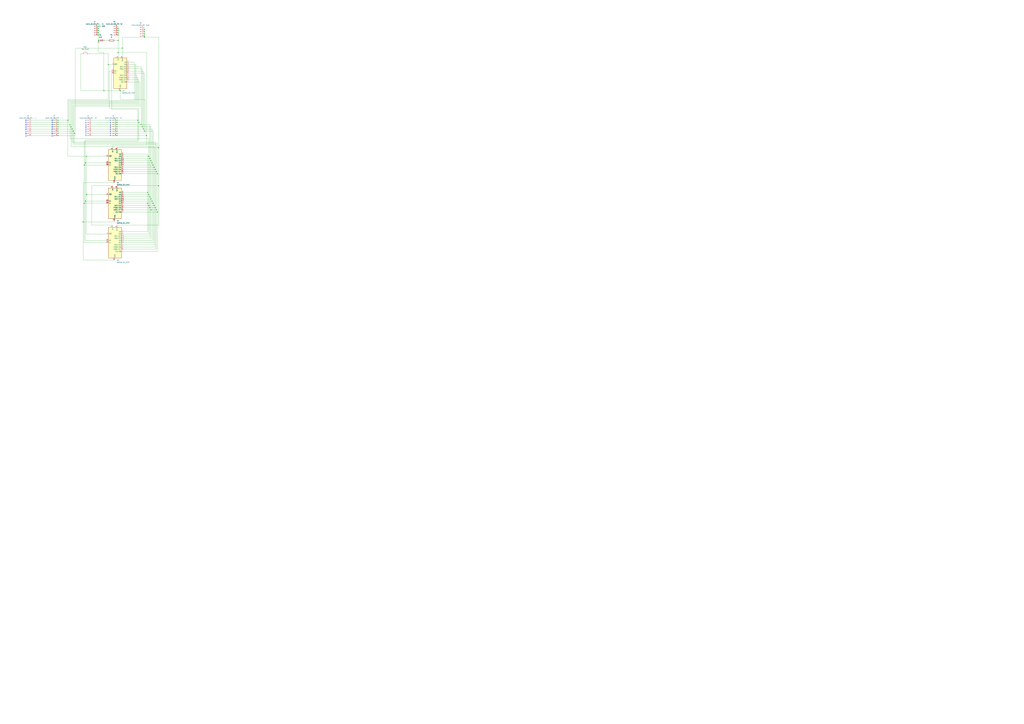
<source format=kicad_sch>
(kicad_sch (version 20231120) (generator "eeschema") (generator_version "8.0")
  (paper "A0")
  (lib_symbols
    (symbol "Connector:Conn_01x05_Pin" (pin_names (offset 1.016) hide)
      (property "Reference" "J" (at 0 7.62 0))
      (property "Value" "Conn_01x05_Pin" (at 0 -7.62 0))
      (symbol "Conn_01x05_Pin_1_1"
        (polyline (pts (xy 1.27 -5.08) (xy 0.8636 -5.08)) (stroke (width 0.1524)))
        (polyline (pts (xy 1.27 -2.54) (xy 0.8636 -2.54)) (stroke (width 0.1524)))
        (polyline (pts (xy 1.27 0) (xy 0.8636 0)) (stroke (width 0.1524)))
        (polyline (pts (xy 1.27 2.54) (xy 0.8636 2.54)) (stroke (width 0.1524)))
        (polyline (pts (xy 1.27 5.08) (xy 0.8636 5.08)) (stroke (width 0.1524)))
        (rectangle (start 0.8636 -4.953) (end 0 -5.207) (stroke (width 0.1524)) (fill (type outline)))
        (rectangle (start 0.8636 -2.413) (end 0 -2.667) (stroke (width 0.1524)) (fill (type outline)))
        (rectangle (start 0.8636 0.127) (end 0 -0.127) (stroke (width 0.1524)) (fill (type outline)))
        (rectangle (start 0.8636 2.667) (end 0 2.413) (stroke (width 0.1524)) (fill (type outline)))
        (rectangle (start 0.8636 5.207) (end 0 4.953) (stroke (width 0.1524)) (fill (type outline)))
        (pin passive line (at 5.08 5.08 180) (length 3.81) (name "Pin_1") (number "1"))
        (pin passive line (at 5.08 2.54 180) (length 3.81) (name "Pin_2") (number "2"))
        (pin passive line (at 5.08 0 180) (length 3.81) (name "Pin_3") (number "3"))
        (pin passive line (at 5.08 -2.54 180) (length 3.81) (name "Pin_4") (number "4"))
        (pin passive line (at 5.08 -5.08 180) (length 3.81) (name "Pin_5") (number "5"))
      )
    )
    (symbol "Connector:Conn_01x08_Pin" (pin_names (offset 1.016) hide)
      (property "Reference" "J" (at 0 10.16 0))
      (property "Value" "Conn_01x08_Pin" (at 0 -12.7 0))
      (symbol "Conn_01x08_Pin_1_1"
        (polyline (pts (xy 1.27 -10.16) (xy 0.8636 -10.16)) (stroke (width 0.1524)))
        (polyline (pts (xy 1.27 -7.62) (xy 0.8636 -7.62)) (stroke (width 0.1524)))
        (polyline (pts (xy 1.27 -5.08) (xy 0.8636 -5.08)) (stroke (width 0.1524)))
        (polyline (pts (xy 1.27 -2.54) (xy 0.8636 -2.54)) (stroke (width 0.1524)))
        (polyline (pts (xy 1.27 0) (xy 0.8636 0)) (stroke (width 0.1524)))
        (polyline (pts (xy 1.27 2.54) (xy 0.8636 2.54)) (stroke (width 0.1524)))
        (polyline (pts (xy 1.27 5.08) (xy 0.8636 5.08)) (stroke (width 0.1524)))
        (polyline (pts (xy 1.27 7.62) (xy 0.8636 7.62)) (stroke (width 0.1524)))
        (rectangle (start 0.8636 -10.033) (end 0 -10.287) (stroke (width 0.1524)) (fill (type outline)))
        (rectangle (start 0.8636 -7.493) (end 0 -7.747) (stroke (width 0.1524)) (fill (type outline)))
        (rectangle (start 0.8636 -4.953) (end 0 -5.207) (stroke (width 0.1524)) (fill (type outline)))
        (rectangle (start 0.8636 -2.413) (end 0 -2.667) (stroke (width 0.1524)) (fill (type outline)))
        (rectangle (start 0.8636 0.127) (end 0 -0.127) (stroke (width 0.1524)) (fill (type outline)))
        (rectangle (start 0.8636 2.667) (end 0 2.413) (stroke (width 0.1524)) (fill (type outline)))
        (rectangle (start 0.8636 5.207) (end 0 4.953) (stroke (width 0.1524)) (fill (type outline)))
        (rectangle (start 0.8636 7.747) (end 0 7.493) (stroke (width 0.1524)) (fill (type outline)))
        (pin passive line (at 5.08 7.62 180) (length 3.81) (name "Pin_1") (number "1"))
        (pin passive line (at 5.08 5.08 180) (length 3.81) (name "Pin_2") (number "2"))
        (pin passive line (at 5.08 2.54 180) (length 3.81) (name "Pin_3") (number "3"))
        (pin passive line (at 5.08 0 180) (length 3.81) (name "Pin_4") (number "4"))
        (pin passive line (at 5.08 -2.54 180) (length 3.81) (name "Pin_5") (number "5"))
        (pin passive line (at 5.08 -5.08 180) (length 3.81) (name "Pin_6") (number "6"))
        (pin passive line (at 5.08 -7.62 180) (length 3.81) (name "Pin_7") (number "7"))
        (pin passive line (at 5.08 -10.16 180) (length 3.81) (name "Pin_8") (number "8"))
      )
    )
    (symbol "Device:LED" (pin_numbers hide) (pin_names (offset 1.016) hide)
      (property "Reference" "D" (at 0 2.54 0))
      (property "Value" "LED" (at 0 -2.54 0))
      (symbol "LED_0_1"
        (polyline (pts (xy -1.27 -1.27) (xy -1.27 1.27)) (stroke (width 0.254)))
        (polyline (pts (xy -1.27 0) (xy 1.27 0)))
        (polyline (pts (xy 1.27 -1.27) (xy 1.27 1.27) (xy -1.27 0) (xy 1.27 -1.27)) (stroke (width 0.254)))
        (polyline (pts (xy -3.048 -0.762) (xy -4.572 -2.286) (xy -3.81 -2.286) (xy -4.572 -2.286) (xy -4.572 -1.524)))
        (polyline (pts (xy -1.778 -0.762) (xy -3.302 -2.286) (xy -2.54 -2.286) (xy -3.302 -2.286) (xy -3.302 -1.524)))
      )
      (symbol "LED_1_1"
        (pin passive line (at -3.81 0 0) (length 2.54) (name "K") (number "1"))
        (pin passive line (at 3.81 0 180) (length 2.54) (name "A") (number "2"))
      )
    )
    (symbol "Device:R" (pin_numbers hide) (pin_names (offset 0))
      (property "Reference" "R" (at 2.032 0 90))
      (property "Value" "R" (at 0 0 90))
      (symbol "R_0_1"
        (rectangle (start -1.016 -2.54) (end 1.016 2.54) (stroke (width 0.254)))
      )
      (symbol "R_1_1"
        (pin passive line (at 0 3.81 270) (length 1.27) (name "~") (number "1"))
        (pin passive line (at 0 -3.81 90) (length 1.27) (name "~") (number "2"))
      )
    )
    (symbol "MCU_Module:WeMos_D1_mini"
      (property "Reference" "U" (at 3.81 19.05 0))
      (property "Value" "WeMos_D1_mini" (at 1.27 -19.05 0))
      (symbol "WeMos_D1_mini_1_1"
        (rectangle (start -7.62 17.78) (end 7.62 -17.78) (stroke (width 0.254)) (fill (type background)))
        (pin input line (at -10.16 10.16 0) (length 2.54) (name "~{RST}") (number "1"))
        (pin power_in line (at 0 -20.32 90) (length 2.54) (name "GND") (number "10"))
        (pin bidirectional line (at 10.16 0 180) (length 2.54) (name "D4") (number "11"))
        (pin bidirectional line (at 10.16 2.54 180) (length 2.54) (name "D3") (number "12"))
        (pin bidirectional line (at 10.16 5.08 180) (length 2.54) (name "SDA/D2") (number "13"))
        (pin bidirectional line (at 10.16 7.62 180) (length 2.54) (name "SCL/D1") (number "14"))
        (pin input line (at -10.16 2.54 0) (length 2.54) (name "RX") (number "15"))
        (pin output line (at -10.16 0 0) (length 2.54) (name "TX") (number "16"))
        (pin input line (at 10.16 12.7 180) (length 2.54) (name "A0") (number "2"))
        (pin bidirectional line (at 10.16 10.16 180) (length 2.54) (name "D0") (number "3"))
        (pin bidirectional line (at 10.16 -2.54 180) (length 2.54) (name "SCK/D5") (number "4"))
        (pin bidirectional line (at 10.16 -5.08 180) (length 2.54) (name "MISO/D6") (number "5"))
        (pin bidirectional line (at 10.16 -7.62 180) (length 2.54) (name "MOSI/D7") (number "6"))
        (pin bidirectional line (at 10.16 -10.16 180) (length 2.54) (name "CS/D8") (number "7"))
        (pin power_out line (at 2.54 20.32 270) (length 2.54) (name "3V3") (number "8"))
        (pin power_in line (at -2.54 20.32 270) (length 2.54) (name "5V") (number "9"))
      )
    )
    (symbol "Switch:SW_Push" (pin_numbers hide) (pin_names (offset 1.016) hide)
      (property "Reference" "SW" (at 1.27 2.54 0))
      (property "Value" "SW_Push" (at 0 -1.524 0))
      (symbol "SW_Push_0_1"
        (circle (center -2.032 0) (radius 0.508))
        (polyline (pts (xy 0 1.27) (xy 0 3.048)))
        (polyline (pts (xy 2.54 1.27) (xy -2.54 1.27)))
        (circle (center 2.032 0) (radius 0.508))
        (pin passive line (at -5.08 0 0) (length 2.54) (name "1") (number "1"))
        (pin passive line (at 5.08 0 180) (length 2.54) (name "2") (number "2"))
      )
    )
    (symbol "power:GND" (power) (pin_numbers hide) (pin_names (offset 0) hide)
      (property "Value" "GND" (at 0 -3.81 0))
      (symbol "GND_0_1"
        (polyline (pts (xy 0 0) (xy 0 -1.27) (xy 1.27 -1.27) (xy 0 -2.54) (xy -1.27 -1.27) (xy 0 -1.27)))
      )
      (symbol "GND_1_1"
        (pin power_in line (at 0 0 270) (length 0) (name "~") (number "1"))
      )
    )
  )
  (junction (at 177.8 236.22))
  (junction (at 142.24 55.88))
  (junction (at 137.16 35.56))
  (junction (at 163.83 144.78))
  (junction (at 114.3 40.64))
  (junction (at 114.3 35.56))
  (junction (at 182.88 246.38))
  (junction (at 67.31 147.32))
  (junction (at 181.61 199.39))
  (junction (at 165.1 147.32))
  (junction (at 160.02 139.7))
  (junction (at 135.89 157.48))
  (junction (at 167.64 39.37))
  (junction (at 67.31 157.48))
  (junction (at 137.16 38.1))
  (junction (at 184.15 171.45))
  (junction (at 167.64 34.29))
  (junction (at 97.79 191.77))
  (junction (at 114.3 33.02))
  (junction (at 167.64 41.91))
  (junction (at 176.53 233.68))
  (junction (at 67.31 139.7))
  (junction (at 181.61 243.84))
  (junction (at 135.89 152.4))
  (junction (at 137.16 33.02))
  (junction (at 179.07 194.31))
  (junction (at 114.3 46.99))
  (junction (at 180.34 241.3))
  (junction (at 139.7 105.41))
  (junction (at 167.64 43.18))
  (junction (at 171.45 236.22))
  (junction (at 125.73 74.93))
  (junction (at 137.16 46.99))
  (junction (at 100.33 226.06))
  (junction (at 135.89 154.94))
  (junction (at 99.06 189.23))
  (junction (at 175.26 243.84))
  (junction (at 167.64 36.83))
  (junction (at 81.28 144.78))
  (junction (at 172.72 181.61))
  (junction (at 177.8 191.77))
  (junction (at 78.74 139.7))
  (junction (at 99.06 233.68))
  (junction (at 114.3 30.48))
  (junction (at 97.79 236.22))
  (junction (at 135.89 139.7))
  (junction (at 161.29 142.24))
  (junction (at 173.99 184.15))
  (junction (at 85.09 152.4))
  (junction (at 184.15 215.9))
  (junction (at 135.89 144.78))
  (junction (at 67.31 142.24))
  (junction (at 135.89 142.24))
  (junction (at 82.55 147.32))
  (junction (at 179.07 238.76))
  (junction (at 170.18 157.48))
  (junction (at 172.72 226.06))
  (junction (at 135.89 147.32))
  (junction (at 67.31 144.78))
  (junction (at 96.52 257.81))
  (junction (at 171.45 223.52))
  (junction (at 83.82 149.86))
  (junction (at 166.37 149.86))
  (junction (at 114.3 38.1))
  (junction (at 100.33 181.61))
  (junction (at 135.89 149.86))
  (junction (at 67.31 154.94))
  (junction (at 172.72 238.76))
  (junction (at 173.99 228.6))
  (junction (at 180.34 196.85))
  (junction (at 67.31 149.86))
  (junction (at 173.99 241.3))
  (junction (at 182.88 201.93))
  (junction (at 176.53 189.23))
  (junction (at 175.26 231.14))
  (junction (at 120.65 105.41))
  (junction (at 167.64 152.4))
  (junction (at 137.16 60.96))
  (junction (at 86.36 154.94))
  (junction (at 137.16 40.64))
  (junction (at 67.31 152.4))
  (junction (at 175.26 186.69))
  (wire (pts (xy 125.73 62.23) (xy 125.73 74.93)))
  (wire (pts (xy 149.86 92.71) (xy 161.29 92.71)))
  (wire (pts (xy 180.34 165.1) (xy 180.34 196.85)))
  (wire (pts (xy 143.51 181.61) (xy 172.72 181.61)))
  (wire (pts (xy 172.72 181.61) (xy 172.72 226.06)))
  (wire (pts (xy 175.26 243.84) (xy 175.26 276.86)))
  (wire (pts (xy 170.18 168.91) (xy 130.81 168.91)))
  (wire (pts (xy 129.54 82.55) (xy 127 82.55)))
  (wire (pts (xy 114.3 38.1) (xy 114.3 40.64)))
  (wire (pts (xy 167.64 43.18) (xy 142.24 43.18)))
  (wire (pts (xy 143.51 228.6) (xy 173.99 228.6)))
  (wire (pts (xy 137.16 60.96) (xy 170.18 60.96)))
  (wire (pts (xy 96.52 257.81) (xy 96.52 302.26)))
  (wire (pts (xy 87.63 55.88) (xy 87.63 157.48)))
  (wire (pts (xy 123.19 191.77) (xy 97.79 191.77)))
  (wire (pts (xy 163.83 77.47) (xy 163.83 144.78)))
  (wire (pts (xy 36.83 144.78) (xy 67.31 144.78)))
  (wire (pts (xy 121.92 46.99) (xy 125.73 46.99)))
  (wire (pts (xy 137.16 30.48) (xy 137.16 33.02)))
  (wire (pts (xy 99.06 189.23) (xy 99.06 162.56)))
  (wire (pts (xy 182.88 246.38) (xy 182.88 201.93)))
  (wire (pts (xy 100.33 226.06) (xy 123.19 226.06)))
  (wire (pts (xy 83.82 165.1) (xy 180.34 165.1)))
  (wire (pts (xy 135.89 171.45) (xy 184.15 171.45)))
  (wire (pts (xy 83.82 120.65) (xy 83.82 149.86)))
  (wire (pts (xy 143.51 231.14) (xy 175.26 231.14)))
  (wire (pts (xy 156.21 116.84) (xy 156.21 72.39)))
  (wire (pts (xy 86.36 154.94) (xy 86.36 166.37)))
  (wire (pts (xy 172.72 238.76) (xy 172.72 271.78)))
  (wire (pts (xy 143.51 194.31) (xy 179.07 194.31)))
  (wire (pts (xy 143.51 189.23) (xy 176.53 189.23)))
  (wire (pts (xy 162.56 95.25) (xy 162.56 123.19)))
  (wire (pts (xy 99.06 162.56) (xy 161.29 162.56)))
  (wire (pts (xy 36.83 152.4) (xy 67.31 152.4)))
  (wire (pts (xy 173.99 184.15) (xy 173.99 228.6)))
  (wire (pts (xy 82.55 119.38) (xy 82.55 147.32)))
  (wire (pts (xy 157.48 74.93) (xy 157.48 118.11)))
  (wire (pts (xy 85.09 152.4) (xy 85.09 167.64)))
  (wire (pts (xy 125.73 74.93) (xy 125.73 115.57)))
  (wire (pts (xy 173.99 144.78) (xy 173.99 184.15)))
  (wire (pts (xy 167.64 39.37) (xy 167.64 41.91)))
  (wire (pts (xy 142.24 55.88) (xy 87.63 55.88)))
  (wire (pts (xy 106.68 139.7) (xy 135.89 139.7)))
  (wire (pts (xy 143.51 226.06) (xy 172.72 226.06)))
  (wire (pts (xy 129.54 74.93) (xy 125.73 74.93)))
  (wire (pts (xy 97.79 163.83) (xy 97.79 191.77)))
  (wire (pts (xy 135.89 142.24) (xy 161.29 142.24)))
  (wire (pts (xy 36.83 154.94) (xy 67.31 154.94)))
  (wire (pts (xy 81.28 144.78) (xy 67.31 144.78)))
  (wire (pts (xy 67.31 152.4) (xy 85.09 152.4)))
  (wire (pts (xy 149.86 80.01) (xy 165.1 80.01)))
  (wire (pts (xy 171.45 179.07) (xy 171.45 223.52)))
  (wire (pts (xy 177.8 236.22) (xy 177.8 191.77)))
  (wire (pts (xy 86.36 123.19) (xy 86.36 154.94)))
  (wire (pts (xy 175.26 276.86) (xy 143.51 276.86)))
  (wire (pts (xy 80.01 116.84) (xy 156.21 116.84)))
  (wire (pts (xy 135.89 152.4) (xy 167.64 152.4)))
  (wire (pts (xy 93.98 62.23) (xy 93.98 105.41)))
  (wire (pts (xy 171.45 236.22) (xy 171.45 269.24)))
  (wire (pts (xy 171.45 269.24) (xy 143.51 269.24)))
  (wire (pts (xy 86.36 166.37) (xy 182.88 166.37)))
  (wire (pts (xy 130.81 168.91) (xy 130.81 171.45)))
  (wire (pts (xy 120.65 60.96) (xy 120.65 105.41)))
  (wire (pts (xy 181.61 167.64) (xy 181.61 199.39)))
  (wire (pts (xy 182.88 201.93) (xy 143.51 201.93)))
  (wire (pts (xy 106.68 261.62) (xy 130.81 261.62)))
  (wire (pts (xy 100.33 181.61) (xy 78.74 181.61)))
  (wire (pts (xy 100.33 181.61) (xy 100.33 226.06)))
  (wire (pts (xy 106.68 152.4) (xy 135.89 152.4)))
  (wire (pts (xy 97.79 191.77) (xy 97.79 236.22)))
  (wire (pts (xy 135.89 149.86) (xy 166.37 149.86)))
  (wire (pts (xy 168.91 154.94) (xy 135.89 154.94)))
  (wire (pts (xy 114.3 60.96) (xy 120.65 60.96)))
  (wire (pts (xy 137.16 60.96) (xy 137.16 64.77)))
  (wire (pts (xy 161.29 162.56) (xy 161.29 142.24)))
  (wire (pts (xy 184.15 43.18) (xy 167.64 43.18)))
  (wire (pts (xy 172.72 238.76) (xy 179.07 238.76)))
  (wire (pts (xy 137.16 46.99) (xy 137.16 60.96)))
  (wire (pts (xy 172.72 161.29) (xy 81.28 161.29)))
  (wire (pts (xy 175.26 186.69) (xy 175.26 147.32)))
  (wire (pts (xy 125.73 115.57) (xy 78.74 115.57)))
  (wire (pts (xy 166.37 149.86) (xy 176.53 149.86)))
  (wire (pts (xy 181.61 199.39) (xy 143.51 199.39)))
  (wire (pts (xy 184.15 261.62) (xy 184.15 215.9)))
  (wire (pts (xy 161.29 92.71) (xy 161.29 121.92)))
  (wire (pts (xy 181.61 243.84) (xy 181.61 289.56)))
  (wire (pts (xy 78.74 181.61) (xy 78.74 139.7)))
  (wire (pts (xy 114.3 30.48) (xy 114.3 33.02)))
  (wire (pts (xy 143.51 184.15) (xy 173.99 184.15)))
  (wire (pts (xy 78.74 115.57) (xy 78.74 139.7)))
  (wire (pts (xy 106.68 142.24) (xy 135.89 142.24)))
  (wire (pts (xy 182.88 292.1) (xy 143.51 292.1)))
  (wire (pts (xy 106.68 157.48) (xy 135.89 157.48)))
  (wire (pts (xy 179.07 170.18) (xy 82.55 170.18)))
  (wire (pts (xy 81.28 118.11) (xy 81.28 144.78)))
  (wire (pts (xy 83.82 149.86) (xy 83.82 165.1)))
  (wire (pts (xy 179.07 194.31) (xy 179.07 170.18)))
  (wire (pts (xy 176.53 233.68) (xy 176.53 279.4)))
  (wire (pts (xy 180.34 241.3) (xy 180.34 196.85)))
  (wire (pts (xy 96.52 257.81) (xy 133.35 257.81)))
  (wire (pts (xy 114.3 46.99) (xy 114.3 60.96)))
  (wire (pts (xy 104.14 62.23) (xy 125.73 62.23)))
  (wire (pts (xy 162.56 123.19) (xy 86.36 123.19)))
  (wire (pts (xy 114.3 33.02) (xy 114.3 35.56)))
  (wire (pts (xy 166.37 82.55) (xy 166.37 149.86)))
  (wire (pts (xy 96.52 212.09) (xy 96.52 257.81)))
  (wire (pts (xy 182.88 201.93) (xy 182.88 166.37)))
  (wire (pts (xy 149.86 82.55) (xy 166.37 82.55)))
  (wire (pts (xy 135.89 261.62) (xy 184.15 261.62)))
  (wire (pts (xy 173.99 241.3) (xy 180.34 241.3)))
  (wire (pts (xy 172.72 271.78) (xy 143.51 271.78)))
  (wire (pts (xy 161.29 121.92) (xy 85.09 121.92)))
  (wire (pts (xy 120.65 105.41) (xy 139.7 105.41)))
  (wire (pts (xy 143.51 289.56) (xy 181.61 289.56)))
  (wire (pts (xy 158.75 87.63) (xy 158.75 119.38)))
  (wire (pts (xy 139.7 115.57) (xy 168.91 115.57)))
  (wire (pts (xy 67.31 149.86) (xy 83.82 149.86)))
  (wire (pts (xy 149.86 87.63) (xy 158.75 87.63)))
  (wire (pts (xy 123.19 181.61) (xy 100.33 181.61)))
  (wire (pts (xy 158.75 119.38) (xy 82.55 119.38)))
  (wire (pts (xy 99.06 189.23) (xy 99.06 233.68)))
  (wire (pts (xy 143.51 241.3) (xy 173.99 241.3)))
  (wire (pts (xy 100.33 226.06) (xy 100.33 271.78)))
  (wire (pts (xy 139.7 105.41) (xy 139.7 115.57)))
  (wire (pts (xy 97.79 236.22) (xy 123.19 236.22)))
  (wire (pts (xy 127 125.73) (xy 161.29 125.73)))
  (wire (pts (xy 181.61 243.84) (xy 181.61 199.39)))
  (wire (pts (xy 177.8 152.4) (xy 167.64 152.4)))
  (wire (pts (xy 173.99 274.32) (xy 143.51 274.32)))
  (wire (pts (xy 160.02 120.65) (xy 83.82 120.65)))
  (wire (pts (xy 149.86 95.25) (xy 162.56 95.25)))
  (wire (pts (xy 170.18 60.96) (xy 170.18 157.48)))
  (wire (pts (xy 80.01 142.24) (xy 80.01 116.84)))
  (wire (pts (xy 135.89 147.32) (xy 165.1 147.32)))
  (wire (pts (xy 182.88 246.38) (xy 182.88 292.1)))
  (wire (pts (xy 173.99 228.6) (xy 173.99 241.3)))
  (wire (pts (xy 135.89 215.9) (xy 184.15 215.9)))
  (wire (pts (xy 137.16 33.02) (xy 137.16 35.56)))
  (wire (pts (xy 184.15 171.45) (xy 184.15 43.18)))
  (wire (pts (xy 160.02 163.83) (xy 97.79 163.83)))
  (wire (pts (xy 173.99 241.3) (xy 173.99 274.32)))
  (wire (pts (xy 163.83 144.78) (xy 173.99 144.78)))
  (wire (pts (xy 160.02 139.7) (xy 160.02 163.83)))
  (wire (pts (xy 167.64 31.75) (xy 167.64 34.29)))
  (wire (pts (xy 137.16 38.1) (xy 137.16 40.64)))
  (wire (pts (xy 36.83 147.32) (xy 67.31 147.32)))
  (wire (pts (xy 130.81 215.9) (xy 106.68 215.9)))
  (wire (pts (xy 143.51 246.38) (xy 182.88 246.38)))
  (wire (pts (xy 157.48 118.11) (xy 81.28 118.11)))
  (wire (pts (xy 36.83 149.86) (xy 67.31 149.86)))
  (wire (pts (xy 175.26 243.84) (xy 181.61 243.84)))
  (wire (pts (xy 143.51 284.48) (xy 179.07 284.48)))
  (wire (pts (xy 135.89 139.7) (xy 160.02 139.7)))
  (wire (pts (xy 165.1 80.01) (xy 165.1 147.32)))
  (wire (pts (xy 160.02 127) (xy 160.02 139.7)))
  (wire (pts (xy 180.34 241.3) (xy 180.34 287.02)))
  (wire (pts (xy 133.35 46.99) (xy 137.16 46.99)))
  (wire (pts (xy 167.64 41.91) (xy 167.64 43.18)))
  (wire (pts (xy 149.86 74.93) (xy 157.48 74.93)))
  (wire (pts (xy 129.54 85.09) (xy 129.54 127)))
  (wire (pts (xy 175.26 147.32) (xy 165.1 147.32)))
  (wire (pts (xy 67.31 147.32) (xy 82.55 147.32)))
  (wire (pts (xy 133.35 212.09) (xy 96.52 212.09)))
  (wire (pts (xy 85.09 167.64) (xy 181.61 167.64)))
  (wire (pts (xy 180.34 196.85) (xy 143.51 196.85)))
  (wire (pts (xy 123.19 233.68) (xy 99.06 233.68)))
  (wire (pts (xy 149.86 77.47) (xy 163.83 77.47)))
  (wire (pts (xy 179.07 194.31) (xy 179.07 238.76)))
  (wire (pts (xy 177.8 191.77) (xy 143.51 191.77)))
  (wire (pts (xy 99.06 233.68) (xy 99.06 279.4)))
  (wire (pts (xy 106.68 215.9) (xy 106.68 261.62)))
  (wire (pts (xy 67.31 157.48) (xy 87.63 157.48)))
  (wire (pts (xy 135.89 157.48) (xy 170.18 157.48)))
  (wire (pts (xy 127 82.55) (xy 127 125.73)))
  (wire (pts (xy 172.72 181.61) (xy 172.72 161.29)))
  (wire (pts (xy 143.51 287.02) (xy 180.34 287.02)))
  (wire (pts (xy 149.86 85.09) (xy 167.64 85.09)))
  (wire (pts (xy 179.07 238.76) (xy 179.07 284.48)))
  (wire (pts (xy 36.83 142.24) (xy 67.31 142.24)))
  (wire (pts (xy 171.45 236.22) (xy 177.8 236.22)))
  (wire (pts (xy 143.51 243.84) (xy 175.26 243.84)))
  (wire (pts (xy 143.51 238.76) (xy 172.72 238.76)))
  (wire (pts (xy 137.16 40.64) (xy 137.16 46.99)))
  (wire (pts (xy 106.68 149.86) (xy 135.89 149.86)))
  (wire (pts (xy 176.53 149.86) (xy 176.53 189.23)))
  (wire (pts (xy 160.02 90.17) (xy 160.02 120.65)))
  (wire (pts (xy 184.15 215.9) (xy 184.15 171.45)))
  (wire (pts (xy 135.89 144.78) (xy 163.83 144.78)))
  (wire (pts (xy 177.8 191.77) (xy 177.8 152.4)))
  (wire (pts (xy 176.53 189.23) (xy 176.53 233.68)))
  (wire (pts (xy 82.55 170.18) (xy 82.55 147.32)))
  (wire (pts (xy 143.51 236.22) (xy 171.45 236.22)))
  (wire (pts (xy 143.51 233.68) (xy 176.53 233.68)))
  (wire (pts (xy 106.68 144.78) (xy 135.89 144.78)))
  (wire (pts (xy 133.35 257.81) (xy 133.35 256.54)))
  (wire (pts (xy 167.64 36.83) (xy 167.64 39.37)))
  (wire (pts (xy 175.26 186.69) (xy 143.51 186.69)))
  (wire (pts (xy 114.3 40.64) (xy 114.3 46.99)))
  (wire (pts (xy 142.24 43.18) (xy 142.24 55.88)))
  (wire (pts (xy 114.3 35.56) (xy 114.3 38.1)))
  (wire (pts (xy 67.31 142.24) (xy 80.01 142.24)))
  (wire (pts (xy 36.83 139.7) (xy 67.31 139.7)))
  (wire (pts (xy 129.54 127) (xy 160.02 127)))
  (wire (pts (xy 67.31 154.94) (xy 86.36 154.94)))
  (wire (pts (xy 123.19 189.23) (xy 99.06 189.23)))
  (wire (pts (xy 171.45 223.52) (xy 171.45 236.22)))
  (wire (pts (xy 97.79 236.22) (xy 97.79 281.94)))
  (wire (pts (xy 106.68 154.94) (xy 135.89 154.94)))
  (wire (pts (xy 143.51 279.4) (xy 176.53 279.4)))
  (wire (pts (xy 137.16 35.56) (xy 137.16 38.1)))
  (wire (pts (xy 177.8 236.22) (xy 177.8 281.94)))
  (wire (pts (xy 81.28 161.29) (xy 81.28 144.78)))
  (wire (pts (xy 175.26 231.14) (xy 175.26 243.84)))
  (wire (pts (xy 123.19 271.78) (xy 100.33 271.78)))
  (wire (pts (xy 149.86 72.39) (xy 156.21 72.39)))
  (wire (pts (xy 106.68 147.32) (xy 135.89 147.32)))
  (wire (pts (xy 99.06 279.4) (xy 123.19 279.4)))
  (wire (pts (xy 85.09 121.92) (xy 85.09 152.4)))
  (wire (pts (xy 149.86 90.17) (xy 160.02 90.17)))
  (wire (pts (xy 168.91 115.57) (xy 168.91 154.94)))
  (wire (pts (xy 36.83 157.48) (xy 67.31 157.48)))
  (wire (pts (xy 172.72 226.06) (xy 172.72 238.76)))
  (wire (pts (xy 143.51 223.52) (xy 171.45 223.52)))
  (wire (pts (xy 123.19 281.94) (xy 97.79 281.94)))
  (wire (pts (xy 167.64 85.09) (xy 167.64 152.4)))
  (wire (pts (xy 78.74 139.7) (xy 67.31 139.7)))
  (wire (pts (xy 93.98 105.41) (xy 120.65 105.41)))
  (wire (pts (xy 167.64 34.29) (xy 167.64 36.83)))
  (wire (pts (xy 170.18 157.48) (xy 170.18 168.91)))
  (wire (pts (xy 143.51 281.94) (xy 177.8 281.94)))
  (wire (pts (xy 175.26 231.14) (xy 175.26 186.69)))
  (wire (pts (xy 133.35 302.26) (xy 96.52 302.26)))
  (wire (pts (xy 161.29 125.73) (xy 161.29 142.24)))
  (wire (pts (xy 143.51 179.07) (xy 171.45 179.07)))
  (wire (pts (xy 142.24 55.88) (xy 142.24 64.77)))
  (text "5V G D4 D3 D2 D1 RX TX" (at 128.27 148.844 90) (effects (font (size 0.9652 0.9652))))
  (text "3V D8 D7 D6 D5 D0 A0 RS" (at 60.706 149.098 90) (effects (font (size 0.9652 0.9652))))
  (text "5V G D4 D3 D2 D1 RX TX" (at 99.822 148.844 90) (effects (font (size 0.9652 0.9652))))
  (text "3V D8 D7 D6 D5 D0 A0 RS" (at 30.226 149.098 90) (effects (font (size 0.9652 0.9652))))
  (symbol (lib_id "Device:LED") (at 118.11 46.99 0) (unit 1)
    (property "Reference" "D1" (at 116.5225 40.64 0))
    (property "Value" "LED" (at 116.5225 43.18 0))
    (property "Footprint" "LED_THT:LED_D3.0mm" (effects (hide yes)))
    (property "Description" "Light emitting diode" (effects (hide yes)))
  )
  (symbol (lib_id "MCU_Module:WeMos_D1_mini") (at 139.7 85.09 0) (unit 1)
    (property "Reference" "U2" (at 141.8941 105.41 0) (effects (justify left)))
    (property "Value" "WeMos_D1_mini" (at 141.8941 107.95 0) (effects (justify left)))
    (property "Footprint" "Module:WEMOS_D1_mini_light" (effects (hide yes)))
    (property "Datasheet" "https://wiki.wemos.cc/products:d1:d1_mini#documentation" (effects (hide yes)))
    (property "Description" "32-bit microcontroller module with WiFi" (effects (hide yes)))
  )
  (symbol (lib_id "MCU_Module:WeMos_D1_mini") (at 133.35 281.94 0) (unit 1)
    (property "Reference" "U3" (at 135.5441 302.26 0) (effects (justify left)))
    (property "Value" "WeMos_D1_mini" (at 135.5441 304.8 0) (effects (justify left)))
    (property "Footprint" "Module:WEMOS_D1_mini_light" (effects (hide yes)))
    (property "Datasheet" "https://wiki.wemos.cc/products:d1:d1_mini#documentation" (effects (hide yes)))
    (property "Description" "32-bit microcontroller module with WiFi" (effects (hide yes)))
  )
  (symbol (lib_id "Connector:Conn_01x05_Pin") (at 109.22 35.56 0) (unit 1)
    (property "Reference" "J7" (at 109.855 25.4 0))
    (property "Value" "Conn_01x05_Pin - G" (at 109.855 27.94 0))
    (property "Footprint" "Connector_PinHeader_2.54mm:PinHeader_1x05_P2.54mm_Vertical" (effects (hide yes)))
    (property "Description" "Generic connector, single row, 01x05, script generated" (effects (hide yes)))
  )
  (symbol (lib_id "Switch:SW_Push") (at 99.06 62.23 0) (unit 1)
    (property "Reference" "SW1" (at 99.06 54.61 0))
    (property "Value" "SW_Push" (at 99.06 57.15 0))
    (property "Footprint" "Button_Switch_THT:SW_PUSH_6mm_H5mm" (effects (hide yes)))
    (property "Description" "Push button switch, generic, two pins" (effects (hide yes)))
  )
  (symbol (lib_id "Connector:Conn_01x05_Pin") (at 132.08 35.56 0) (unit 1)
    (property "Reference" "J5" (at 132.715 25.4 0))
    (property "Value" "Conn_01x05_Pin 5V" (at 132.715 27.94 0))
    (property "Footprint" "Connector_PinHeader_2.54mm:PinHeader_1x05_P2.54mm_Vertical" (effects (hide yes)))
    (property "Description" "Generic connector, single row, 01x05, script generated" (effects (hide yes)))
  )
  (symbol (lib_id "Connector:Conn_01x08_Pin") (at 101.6 147.32 0) (unit 1)
    (property "Reference" "J1" (at 102.235 134.62 0))
    (property "Value" "Conn_01x08_Pin -R" (at 102.235 137.16 0))
    (property "Footprint" "Connector_PinHeader_2.54mm:PinHeader_1x08_P2.54mm_Vertical" (effects (hide yes)))
    (property "Description" "Generic connector, single row, 01x08, script generated" (effects (hide yes)))
  )
  (symbol (lib_id "Device:R") (at 129.54 46.99 90) (unit 1)
    (property "Reference" "R1" (at 129.54 40.64 90))
    (property "Value" "R" (at 129.54 43.18 90))
    (property "Footprint" "Resistor_THT:R_Axial_DIN0207_L6.3mm_D2.5mm_P7.62mm_Horizontal" (effects (hide yes)))
    (property "Description" "Resistor" (effects (hide yes)))
  )
  (symbol (lib_id "Connector:Conn_01x05_Pin") (at 162.56 36.83 0) (unit 1)
    (property "Reference" "J6" (at 163.195 26.67 0))
    (property "Value" "Conn_01x05_Pin 3.3V" (at 163.195 29.21 0))
    (property "Footprint" "Connector_PinHeader_2.54mm:PinHeader_1x05_P2.54mm_Vertical" (effects (hide yes)))
    (property "Description" "Generic connector, single row, 01x05, script generated" (effects (hide yes)))
  )
  (symbol (lib_id "Connector:Conn_01x08_Pin") (at 62.23 147.32 0) (unit 1)
    (property "Reference" "J2" (at 62.865 134.62 0))
    (property "Value" "Conn_01x08_Pin - L" (at 62.865 137.16 0))
    (property "Footprint" "Connector_PinHeader_2.54mm:PinHeader_1x08_P2.54mm_Horizontal" (effects (hide yes)))
    (property "Description" "Generic connector, single row, 01x08, script generated" (effects (hide yes)))
  )
  (symbol (lib_id "Connector:Conn_01x08_Pin") (at 31.75 147.32 0) (unit 1)
    (property "Reference" "J3" (at 32.385 134.62 0))
    (property "Value" "Conn_01x08_Pin - L" (at 32.385 137.16 0))
    (property "Footprint" "TerminalBlock_RND:TerminalBlock_RND_205-00051_1x08_P5.00mm_Horizontal" (effects (hide yes)))
    (property "Description" "Generic connector, single row, 01x08, script generated" (effects (hide yes)))
  )
  (symbol (lib_id "Connector:Conn_01x08_Pin") (at 130.81 147.32 0) (unit 1)
    (property "Reference" "J4" (at 131.445 134.62 0))
    (property "Value" "Conn_01x08_Pin -R" (at 131.445 137.16 0))
    (property "Footprint" "TerminalBlock_RND:TerminalBlock_RND_205-00051_1x08_P5.00mm_Horizontal" (effects (hide yes)))
    (property "Description" "Generic connector, single row, 01x08, script generated" (effects (hide yes)))
  )
  (symbol (lib_id "MCU_Module:WeMos_D1_mini") (at 133.35 191.77 0) (unit 1)
    (property "Reference" "U1" (at 135.5441 212.09 0) (effects (justify left)))
    (property "Value" "WeMos_D1_mini" (at 135.5441 214.63 0) (effects (justify left)))
    (property "Footprint" "Module:WEMOS_D1_mini_light" (effects (hide yes)))
    (property "Datasheet" "https://wiki.wemos.cc/products:d1:d1_mini#documentation" (effects (hide yes)))
    (property "Description" "32-bit microcontroller module with WiFi" (effects (hide yes)))
  )
  (symbol (lib_id "power:GND") (at 114.3 30.48 90) (unit 1)
    (property "Reference" "#PWR01" (effects (hide yes)))
    (property "Value" "GND" (at 118.11 30.4799 90) (effects (justify right)))
    (property "Description" "Power symbol creates a global label with name \"GND\" , ground" (effects (hide yes)))
  )
  (symbol (lib_id "MCU_Module:WeMos_D1_mini") (at 133.35 236.22 0) (unit 1)
    (property "Reference" "U4" (at 135.5441 256.54 0) (effects (justify left)))
    (property "Value" "WeMos_D1_mini" (at 135.5441 259.08 0) (effects (justify left)))
    (property "Footprint" "Module:WEMOS_D1_mini_light" (effects (hide yes)))
    (property "Datasheet" "https://wiki.wemos.cc/products:d1:d1_mini#documentation" (effects (hide yes)))
    (property "Description" "32-bit microcontroller module with WiFi" (effects (hide yes)))
  )
)
</source>
